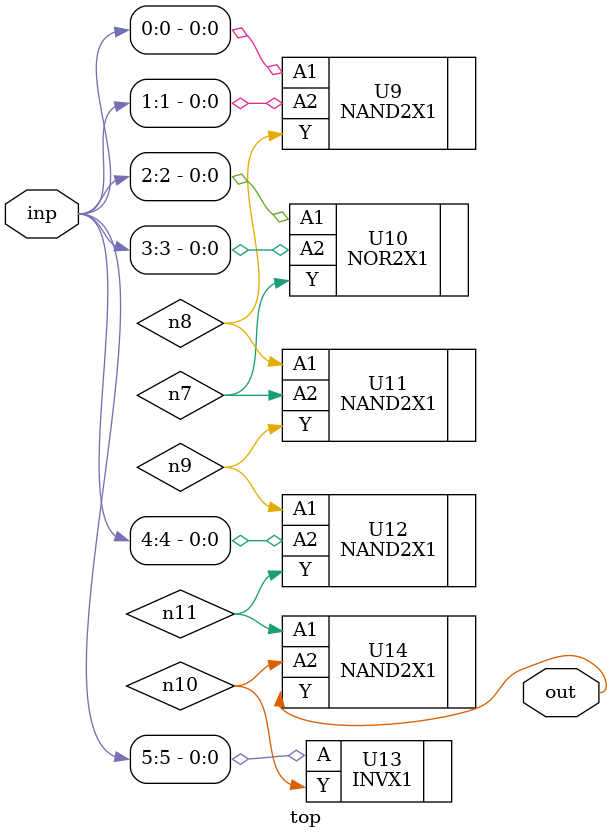
<source format=sv>


module top ( inp, out );
  input [5:0] inp;
  output out;
  wire   n7, n8, n9, n10, n11;

  NAND2X1 U9 ( .A1(inp[0]), .A2(inp[1]), .Y(n8) );
  NOR2X1 U10 ( .A1(inp[2]), .A2(inp[3]), .Y(n7) );
  NAND2X1 U11 ( .A1(n8), .A2(n7), .Y(n9) );
  NAND2X1 U12 ( .A1(n9), .A2(inp[4]), .Y(n11) );
  INVX1 U13 ( .A(inp[5]), .Y(n10) );
  NAND2X1 U14 ( .A1(n11), .A2(n10), .Y(out) );
endmodule


</source>
